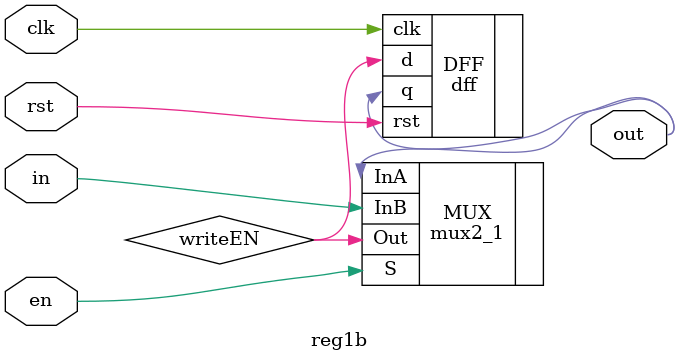
<source format=v>


module reg1b (clk, rst, en, in, out);
  // --- Inputs and Outputs ---
  input clk, rst;
  input en; // flag for write
  input in; // write
  output out; // read

  // --- Wire ---
  wire writeEN;

  // --- Code ---
  // dff
  dff DFF (.q(out), .d(writeEN), .clk(clk), .rst(rst));

  // mux
  mux2_1 MUX (.InA(out), .InB(in), .S(en), .Out(writeEN));
endmodule


</source>
